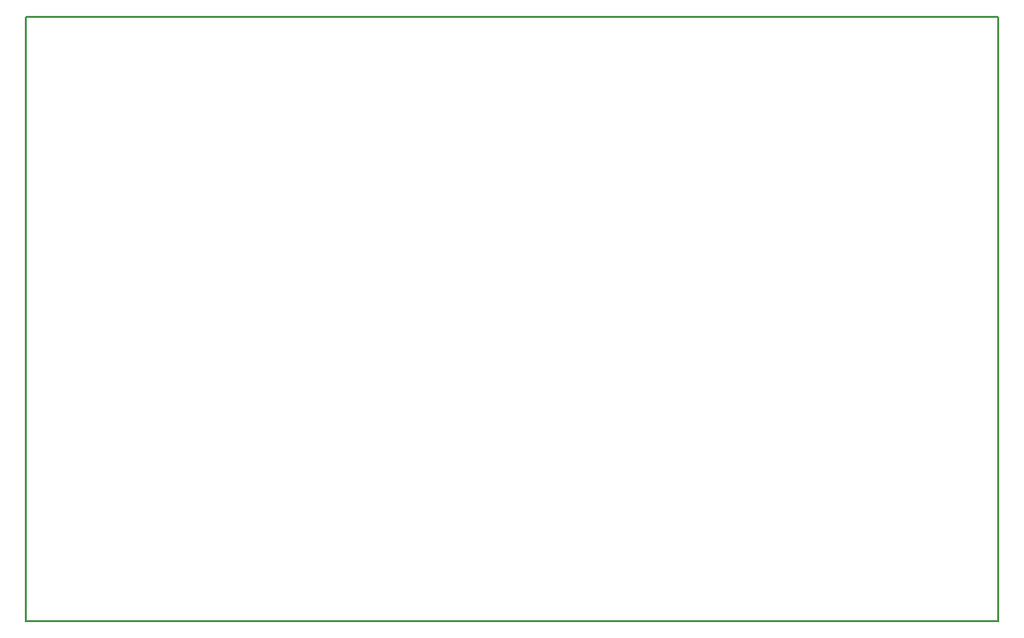
<source format=gm1>
G04 MADE WITH FRITZING*
G04 WWW.FRITZING.ORG*
G04 DOUBLE SIDED*
G04 HOLES PLATED*
G04 CONTOUR ON CENTER OF CONTOUR VECTOR*
%ASAXBY*%
%FSLAX23Y23*%
%MOIN*%
%OFA0B0*%
%SFA1.0B1.0*%
%ADD10R,3.272500X2.040990*%
%ADD11C,0.008000*%
%ADD10C,0.008*%
%LNCONTOUR*%
G90*
G70*
G54D10*
G54D11*
X4Y2037D02*
X3269Y2037D01*
X3269Y4D01*
X4Y4D01*
X4Y2037D01*
D02*
G04 End of contour*
M02*
</source>
